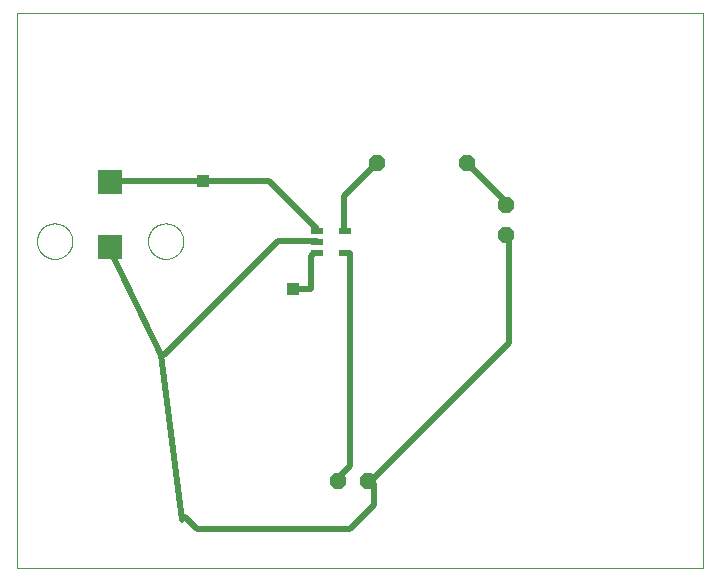
<source format=gtl>
G75*
%MOIN*%
%OFA0B0*%
%FSLAX25Y25*%
%IPPOS*%
%LPD*%
%AMOC8*
5,1,8,0,0,1.08239X$1,22.5*
%
%ADD10C,0.00000*%
%ADD11OC8,0.05200*%
%ADD12R,0.04331X0.02362*%
%ADD13R,0.08268X0.08268*%
%ADD14C,0.02000*%
%ADD15R,0.03962X0.03962*%
D10*
X0002000Y0002000D02*
X0002000Y0186961D01*
X0230701Y0186961D01*
X0230701Y0002000D01*
X0002000Y0002000D01*
X0008590Y0110984D02*
X0008592Y0111137D01*
X0008598Y0111291D01*
X0008608Y0111444D01*
X0008622Y0111596D01*
X0008640Y0111749D01*
X0008662Y0111900D01*
X0008687Y0112051D01*
X0008717Y0112202D01*
X0008751Y0112352D01*
X0008788Y0112500D01*
X0008829Y0112648D01*
X0008874Y0112794D01*
X0008923Y0112940D01*
X0008976Y0113084D01*
X0009032Y0113226D01*
X0009092Y0113367D01*
X0009156Y0113507D01*
X0009223Y0113645D01*
X0009294Y0113781D01*
X0009369Y0113915D01*
X0009446Y0114047D01*
X0009528Y0114177D01*
X0009612Y0114305D01*
X0009700Y0114431D01*
X0009791Y0114554D01*
X0009885Y0114675D01*
X0009983Y0114793D01*
X0010083Y0114909D01*
X0010187Y0115022D01*
X0010293Y0115133D01*
X0010402Y0115241D01*
X0010514Y0115346D01*
X0010628Y0115447D01*
X0010746Y0115546D01*
X0010865Y0115642D01*
X0010987Y0115735D01*
X0011112Y0115824D01*
X0011239Y0115911D01*
X0011368Y0115993D01*
X0011499Y0116073D01*
X0011632Y0116149D01*
X0011767Y0116222D01*
X0011904Y0116291D01*
X0012043Y0116356D01*
X0012183Y0116418D01*
X0012325Y0116476D01*
X0012468Y0116531D01*
X0012613Y0116582D01*
X0012759Y0116629D01*
X0012906Y0116672D01*
X0013054Y0116711D01*
X0013203Y0116747D01*
X0013353Y0116778D01*
X0013504Y0116806D01*
X0013655Y0116830D01*
X0013808Y0116850D01*
X0013960Y0116866D01*
X0014113Y0116878D01*
X0014266Y0116886D01*
X0014419Y0116890D01*
X0014573Y0116890D01*
X0014726Y0116886D01*
X0014879Y0116878D01*
X0015032Y0116866D01*
X0015184Y0116850D01*
X0015337Y0116830D01*
X0015488Y0116806D01*
X0015639Y0116778D01*
X0015789Y0116747D01*
X0015938Y0116711D01*
X0016086Y0116672D01*
X0016233Y0116629D01*
X0016379Y0116582D01*
X0016524Y0116531D01*
X0016667Y0116476D01*
X0016809Y0116418D01*
X0016949Y0116356D01*
X0017088Y0116291D01*
X0017225Y0116222D01*
X0017360Y0116149D01*
X0017493Y0116073D01*
X0017624Y0115993D01*
X0017753Y0115911D01*
X0017880Y0115824D01*
X0018005Y0115735D01*
X0018127Y0115642D01*
X0018246Y0115546D01*
X0018364Y0115447D01*
X0018478Y0115346D01*
X0018590Y0115241D01*
X0018699Y0115133D01*
X0018805Y0115022D01*
X0018909Y0114909D01*
X0019009Y0114793D01*
X0019107Y0114675D01*
X0019201Y0114554D01*
X0019292Y0114431D01*
X0019380Y0114305D01*
X0019464Y0114177D01*
X0019546Y0114047D01*
X0019623Y0113915D01*
X0019698Y0113781D01*
X0019769Y0113645D01*
X0019836Y0113507D01*
X0019900Y0113367D01*
X0019960Y0113226D01*
X0020016Y0113084D01*
X0020069Y0112940D01*
X0020118Y0112794D01*
X0020163Y0112648D01*
X0020204Y0112500D01*
X0020241Y0112352D01*
X0020275Y0112202D01*
X0020305Y0112051D01*
X0020330Y0111900D01*
X0020352Y0111749D01*
X0020370Y0111596D01*
X0020384Y0111444D01*
X0020394Y0111291D01*
X0020400Y0111137D01*
X0020402Y0110984D01*
X0020400Y0110831D01*
X0020394Y0110677D01*
X0020384Y0110524D01*
X0020370Y0110372D01*
X0020352Y0110219D01*
X0020330Y0110068D01*
X0020305Y0109917D01*
X0020275Y0109766D01*
X0020241Y0109616D01*
X0020204Y0109468D01*
X0020163Y0109320D01*
X0020118Y0109174D01*
X0020069Y0109028D01*
X0020016Y0108884D01*
X0019960Y0108742D01*
X0019900Y0108601D01*
X0019836Y0108461D01*
X0019769Y0108323D01*
X0019698Y0108187D01*
X0019623Y0108053D01*
X0019546Y0107921D01*
X0019464Y0107791D01*
X0019380Y0107663D01*
X0019292Y0107537D01*
X0019201Y0107414D01*
X0019107Y0107293D01*
X0019009Y0107175D01*
X0018909Y0107059D01*
X0018805Y0106946D01*
X0018699Y0106835D01*
X0018590Y0106727D01*
X0018478Y0106622D01*
X0018364Y0106521D01*
X0018246Y0106422D01*
X0018127Y0106326D01*
X0018005Y0106233D01*
X0017880Y0106144D01*
X0017753Y0106057D01*
X0017624Y0105975D01*
X0017493Y0105895D01*
X0017360Y0105819D01*
X0017225Y0105746D01*
X0017088Y0105677D01*
X0016949Y0105612D01*
X0016809Y0105550D01*
X0016667Y0105492D01*
X0016524Y0105437D01*
X0016379Y0105386D01*
X0016233Y0105339D01*
X0016086Y0105296D01*
X0015938Y0105257D01*
X0015789Y0105221D01*
X0015639Y0105190D01*
X0015488Y0105162D01*
X0015337Y0105138D01*
X0015184Y0105118D01*
X0015032Y0105102D01*
X0014879Y0105090D01*
X0014726Y0105082D01*
X0014573Y0105078D01*
X0014419Y0105078D01*
X0014266Y0105082D01*
X0014113Y0105090D01*
X0013960Y0105102D01*
X0013808Y0105118D01*
X0013655Y0105138D01*
X0013504Y0105162D01*
X0013353Y0105190D01*
X0013203Y0105221D01*
X0013054Y0105257D01*
X0012906Y0105296D01*
X0012759Y0105339D01*
X0012613Y0105386D01*
X0012468Y0105437D01*
X0012325Y0105492D01*
X0012183Y0105550D01*
X0012043Y0105612D01*
X0011904Y0105677D01*
X0011767Y0105746D01*
X0011632Y0105819D01*
X0011499Y0105895D01*
X0011368Y0105975D01*
X0011239Y0106057D01*
X0011112Y0106144D01*
X0010987Y0106233D01*
X0010865Y0106326D01*
X0010746Y0106422D01*
X0010628Y0106521D01*
X0010514Y0106622D01*
X0010402Y0106727D01*
X0010293Y0106835D01*
X0010187Y0106946D01*
X0010083Y0107059D01*
X0009983Y0107175D01*
X0009885Y0107293D01*
X0009791Y0107414D01*
X0009700Y0107537D01*
X0009612Y0107663D01*
X0009528Y0107791D01*
X0009446Y0107921D01*
X0009369Y0108053D01*
X0009294Y0108187D01*
X0009223Y0108323D01*
X0009156Y0108461D01*
X0009092Y0108601D01*
X0009032Y0108742D01*
X0008976Y0108884D01*
X0008923Y0109028D01*
X0008874Y0109174D01*
X0008829Y0109320D01*
X0008788Y0109468D01*
X0008751Y0109616D01*
X0008717Y0109766D01*
X0008687Y0109917D01*
X0008662Y0110068D01*
X0008640Y0110219D01*
X0008622Y0110372D01*
X0008608Y0110524D01*
X0008598Y0110677D01*
X0008592Y0110831D01*
X0008590Y0110984D01*
X0045598Y0110984D02*
X0045600Y0111137D01*
X0045606Y0111291D01*
X0045616Y0111444D01*
X0045630Y0111596D01*
X0045648Y0111749D01*
X0045670Y0111900D01*
X0045695Y0112051D01*
X0045725Y0112202D01*
X0045759Y0112352D01*
X0045796Y0112500D01*
X0045837Y0112648D01*
X0045882Y0112794D01*
X0045931Y0112940D01*
X0045984Y0113084D01*
X0046040Y0113226D01*
X0046100Y0113367D01*
X0046164Y0113507D01*
X0046231Y0113645D01*
X0046302Y0113781D01*
X0046377Y0113915D01*
X0046454Y0114047D01*
X0046536Y0114177D01*
X0046620Y0114305D01*
X0046708Y0114431D01*
X0046799Y0114554D01*
X0046893Y0114675D01*
X0046991Y0114793D01*
X0047091Y0114909D01*
X0047195Y0115022D01*
X0047301Y0115133D01*
X0047410Y0115241D01*
X0047522Y0115346D01*
X0047636Y0115447D01*
X0047754Y0115546D01*
X0047873Y0115642D01*
X0047995Y0115735D01*
X0048120Y0115824D01*
X0048247Y0115911D01*
X0048376Y0115993D01*
X0048507Y0116073D01*
X0048640Y0116149D01*
X0048775Y0116222D01*
X0048912Y0116291D01*
X0049051Y0116356D01*
X0049191Y0116418D01*
X0049333Y0116476D01*
X0049476Y0116531D01*
X0049621Y0116582D01*
X0049767Y0116629D01*
X0049914Y0116672D01*
X0050062Y0116711D01*
X0050211Y0116747D01*
X0050361Y0116778D01*
X0050512Y0116806D01*
X0050663Y0116830D01*
X0050816Y0116850D01*
X0050968Y0116866D01*
X0051121Y0116878D01*
X0051274Y0116886D01*
X0051427Y0116890D01*
X0051581Y0116890D01*
X0051734Y0116886D01*
X0051887Y0116878D01*
X0052040Y0116866D01*
X0052192Y0116850D01*
X0052345Y0116830D01*
X0052496Y0116806D01*
X0052647Y0116778D01*
X0052797Y0116747D01*
X0052946Y0116711D01*
X0053094Y0116672D01*
X0053241Y0116629D01*
X0053387Y0116582D01*
X0053532Y0116531D01*
X0053675Y0116476D01*
X0053817Y0116418D01*
X0053957Y0116356D01*
X0054096Y0116291D01*
X0054233Y0116222D01*
X0054368Y0116149D01*
X0054501Y0116073D01*
X0054632Y0115993D01*
X0054761Y0115911D01*
X0054888Y0115824D01*
X0055013Y0115735D01*
X0055135Y0115642D01*
X0055254Y0115546D01*
X0055372Y0115447D01*
X0055486Y0115346D01*
X0055598Y0115241D01*
X0055707Y0115133D01*
X0055813Y0115022D01*
X0055917Y0114909D01*
X0056017Y0114793D01*
X0056115Y0114675D01*
X0056209Y0114554D01*
X0056300Y0114431D01*
X0056388Y0114305D01*
X0056472Y0114177D01*
X0056554Y0114047D01*
X0056631Y0113915D01*
X0056706Y0113781D01*
X0056777Y0113645D01*
X0056844Y0113507D01*
X0056908Y0113367D01*
X0056968Y0113226D01*
X0057024Y0113084D01*
X0057077Y0112940D01*
X0057126Y0112794D01*
X0057171Y0112648D01*
X0057212Y0112500D01*
X0057249Y0112352D01*
X0057283Y0112202D01*
X0057313Y0112051D01*
X0057338Y0111900D01*
X0057360Y0111749D01*
X0057378Y0111596D01*
X0057392Y0111444D01*
X0057402Y0111291D01*
X0057408Y0111137D01*
X0057410Y0110984D01*
X0057408Y0110831D01*
X0057402Y0110677D01*
X0057392Y0110524D01*
X0057378Y0110372D01*
X0057360Y0110219D01*
X0057338Y0110068D01*
X0057313Y0109917D01*
X0057283Y0109766D01*
X0057249Y0109616D01*
X0057212Y0109468D01*
X0057171Y0109320D01*
X0057126Y0109174D01*
X0057077Y0109028D01*
X0057024Y0108884D01*
X0056968Y0108742D01*
X0056908Y0108601D01*
X0056844Y0108461D01*
X0056777Y0108323D01*
X0056706Y0108187D01*
X0056631Y0108053D01*
X0056554Y0107921D01*
X0056472Y0107791D01*
X0056388Y0107663D01*
X0056300Y0107537D01*
X0056209Y0107414D01*
X0056115Y0107293D01*
X0056017Y0107175D01*
X0055917Y0107059D01*
X0055813Y0106946D01*
X0055707Y0106835D01*
X0055598Y0106727D01*
X0055486Y0106622D01*
X0055372Y0106521D01*
X0055254Y0106422D01*
X0055135Y0106326D01*
X0055013Y0106233D01*
X0054888Y0106144D01*
X0054761Y0106057D01*
X0054632Y0105975D01*
X0054501Y0105895D01*
X0054368Y0105819D01*
X0054233Y0105746D01*
X0054096Y0105677D01*
X0053957Y0105612D01*
X0053817Y0105550D01*
X0053675Y0105492D01*
X0053532Y0105437D01*
X0053387Y0105386D01*
X0053241Y0105339D01*
X0053094Y0105296D01*
X0052946Y0105257D01*
X0052797Y0105221D01*
X0052647Y0105190D01*
X0052496Y0105162D01*
X0052345Y0105138D01*
X0052192Y0105118D01*
X0052040Y0105102D01*
X0051887Y0105090D01*
X0051734Y0105082D01*
X0051581Y0105078D01*
X0051427Y0105078D01*
X0051274Y0105082D01*
X0051121Y0105090D01*
X0050968Y0105102D01*
X0050816Y0105118D01*
X0050663Y0105138D01*
X0050512Y0105162D01*
X0050361Y0105190D01*
X0050211Y0105221D01*
X0050062Y0105257D01*
X0049914Y0105296D01*
X0049767Y0105339D01*
X0049621Y0105386D01*
X0049476Y0105437D01*
X0049333Y0105492D01*
X0049191Y0105550D01*
X0049051Y0105612D01*
X0048912Y0105677D01*
X0048775Y0105746D01*
X0048640Y0105819D01*
X0048507Y0105895D01*
X0048376Y0105975D01*
X0048247Y0106057D01*
X0048120Y0106144D01*
X0047995Y0106233D01*
X0047873Y0106326D01*
X0047754Y0106422D01*
X0047636Y0106521D01*
X0047522Y0106622D01*
X0047410Y0106727D01*
X0047301Y0106835D01*
X0047195Y0106946D01*
X0047091Y0107059D01*
X0046991Y0107175D01*
X0046893Y0107293D01*
X0046799Y0107414D01*
X0046708Y0107537D01*
X0046620Y0107663D01*
X0046536Y0107791D01*
X0046454Y0107921D01*
X0046377Y0108053D01*
X0046302Y0108187D01*
X0046231Y0108323D01*
X0046164Y0108461D01*
X0046100Y0108601D01*
X0046040Y0108742D01*
X0045984Y0108884D01*
X0045931Y0109028D01*
X0045882Y0109174D01*
X0045837Y0109320D01*
X0045796Y0109468D01*
X0045759Y0109616D01*
X0045725Y0109766D01*
X0045695Y0109917D01*
X0045670Y0110068D01*
X0045648Y0110219D01*
X0045630Y0110372D01*
X0045616Y0110524D01*
X0045606Y0110677D01*
X0045600Y0110831D01*
X0045598Y0110984D01*
D11*
X0122000Y0137000D03*
X0152000Y0137000D03*
X0165000Y0123000D03*
X0165000Y0113000D03*
X0119000Y0031000D03*
X0109000Y0031000D03*
D12*
X0111252Y0107000D03*
X0111252Y0114480D03*
X0102000Y0114480D03*
X0102000Y0110740D03*
X0102000Y0107000D03*
D13*
X0033000Y0109173D03*
X0033000Y0130827D03*
D14*
X0034000Y0131000D02*
X0064000Y0131000D01*
X0086000Y0131000D01*
X0102000Y0115000D01*
X0102000Y0111000D02*
X0089000Y0111000D01*
X0051000Y0073000D01*
X0050000Y0073000D01*
X0033000Y0108000D01*
X0050000Y0073000D02*
X0057000Y0018000D01*
X0057000Y0019000D02*
X0058000Y0019000D01*
X0059000Y0018000D01*
X0061000Y0016000D01*
X0062000Y0015000D01*
X0113000Y0015000D01*
X0121000Y0023000D01*
X0121000Y0030000D01*
X0119000Y0030000D02*
X0166000Y0077000D01*
X0166000Y0113000D01*
X0166000Y0123000D02*
X0152000Y0137000D01*
X0123000Y0138000D02*
X0111000Y0126000D01*
X0111000Y0115000D01*
X0113000Y0107000D02*
X0113000Y0036000D01*
X0108000Y0031000D01*
X0100000Y0095000D02*
X0094000Y0095000D01*
X0100000Y0095000D02*
X0100000Y0106000D01*
X0101000Y0107000D01*
D15*
X0094000Y0095000D03*
X0064000Y0131000D03*
M02*

</source>
